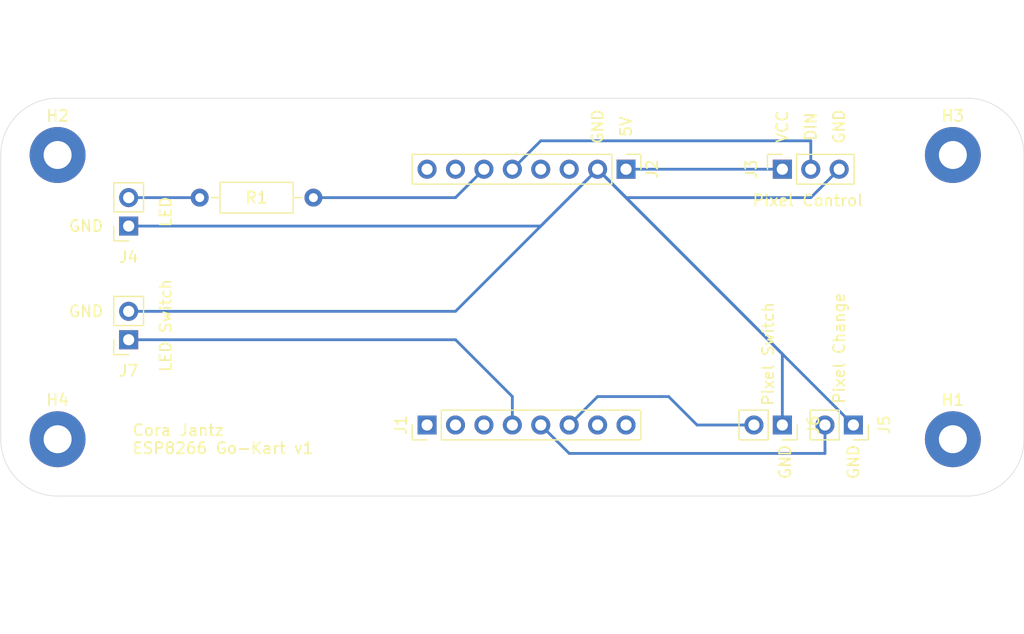
<source format=kicad_pcb>
(kicad_pcb (version 20171130) (host pcbnew 5.1.8-db9833491~88~ubuntu18.04.1)

  (general
    (thickness 1.6)
    (drawings 23)
    (tracks 30)
    (zones 0)
    (modules 12)
    (nets 18)
  )

  (page A4)
  (layers
    (0 F.Cu signal)
    (31 B.Cu signal)
    (32 B.Adhes user)
    (33 F.Adhes user)
    (34 B.Paste user)
    (35 F.Paste user)
    (36 B.SilkS user)
    (37 F.SilkS user)
    (38 B.Mask user)
    (39 F.Mask user)
    (40 Dwgs.User user)
    (41 Cmts.User user)
    (42 Eco1.User user)
    (43 Eco2.User user)
    (44 Edge.Cuts user)
    (45 Margin user)
    (46 B.CrtYd user)
    (47 F.CrtYd user)
    (48 B.Fab user)
    (49 F.Fab user)
  )

  (setup
    (last_trace_width 0.25)
    (trace_clearance 0.2)
    (zone_clearance 0.508)
    (zone_45_only no)
    (trace_min 0.2)
    (via_size 0.8)
    (via_drill 0.4)
    (via_min_size 0.4)
    (via_min_drill 0.3)
    (uvia_size 0.3)
    (uvia_drill 0.1)
    (uvias_allowed no)
    (uvia_min_size 0.2)
    (uvia_min_drill 0.1)
    (edge_width 0.05)
    (segment_width 0.2)
    (pcb_text_width 0.3)
    (pcb_text_size 1.5 1.5)
    (mod_edge_width 0.12)
    (mod_text_size 1 1)
    (mod_text_width 0.15)
    (pad_size 1.524 1.524)
    (pad_drill 0.762)
    (pad_to_mask_clearance 0)
    (aux_axis_origin 0 0)
    (visible_elements FFFFFF7F)
    (pcbplotparams
      (layerselection 0x010f0_ffffffff)
      (usegerberextensions true)
      (usegerberattributes false)
      (usegerberadvancedattributes false)
      (creategerberjobfile false)
      (excludeedgelayer true)
      (linewidth 0.150000)
      (plotframeref false)
      (viasonmask false)
      (mode 1)
      (useauxorigin false)
      (hpglpennumber 1)
      (hpglpenspeed 20)
      (hpglpendiameter 15.000000)
      (psnegative false)
      (psa4output false)
      (plotreference true)
      (plotvalue true)
      (plotinvisibletext false)
      (padsonsilk false)
      (subtractmaskfromsilk false)
      (outputformat 1)
      (mirror false)
      (drillshape 0)
      (scaleselection 1)
      (outputdirectory "Gerber Files/"))
  )

  (net 0 "")
  (net 1 "Net-(J1-Pad1)")
  (net 2 "Net-(J1-Pad2)")
  (net 3 "Net-(J1-Pad3)")
  (net 4 "Net-(J1-Pad4)")
  (net 5 "Net-(J1-Pad5)")
  (net 6 "Net-(J1-Pad6)")
  (net 7 "Net-(J1-Pad7)")
  (net 8 "Net-(J1-Pad8)")
  (net 9 "Net-(J2-Pad8)")
  (net 10 "Net-(J2-Pad7)")
  (net 11 "Net-(J2-Pad6)")
  (net 12 "Net-(J2-Pad5)")
  (net 13 "Net-(J2-Pad4)")
  (net 14 "Net-(J2-Pad3)")
  (net 15 "Net-(J2-Pad2)")
  (net 16 "Net-(J2-Pad1)")
  (net 17 "Net-(J4-Pad2)")

  (net_class Default "This is the default net class."
    (clearance 0.2)
    (trace_width 0.25)
    (via_dia 0.8)
    (via_drill 0.4)
    (uvia_dia 0.3)
    (uvia_drill 0.1)
    (add_net "Net-(J1-Pad1)")
    (add_net "Net-(J1-Pad2)")
    (add_net "Net-(J1-Pad3)")
    (add_net "Net-(J1-Pad4)")
    (add_net "Net-(J1-Pad5)")
    (add_net "Net-(J1-Pad6)")
    (add_net "Net-(J1-Pad7)")
    (add_net "Net-(J1-Pad8)")
    (add_net "Net-(J2-Pad1)")
    (add_net "Net-(J2-Pad2)")
    (add_net "Net-(J2-Pad3)")
    (add_net "Net-(J2-Pad4)")
    (add_net "Net-(J2-Pad5)")
    (add_net "Net-(J2-Pad6)")
    (add_net "Net-(J2-Pad7)")
    (add_net "Net-(J2-Pad8)")
    (add_net "Net-(J4-Pad2)")
  )

  (module Connector_PinHeader_2.54mm:PinHeader_1x08_P2.54mm_Vertical (layer F.Cu) (tedit 59FED5CC) (tstamp 5FE304AC)
    (at 154.94 97.79 90)
    (descr "Through hole straight pin header, 1x08, 2.54mm pitch, single row")
    (tags "Through hole pin header THT 1x08 2.54mm single row")
    (path /5FE2A2A1)
    (fp_text reference J1 (at 0 -2.33 90) (layer F.SilkS)
      (effects (font (size 1 1) (thickness 0.15)))
    )
    (fp_text value "D1 Left Side" (at 0 20.11 90) (layer F.Fab)
      (effects (font (size 1 1) (thickness 0.15)))
    )
    (fp_line (start -0.635 -1.27) (end 1.27 -1.27) (layer F.Fab) (width 0.1))
    (fp_line (start 1.27 -1.27) (end 1.27 19.05) (layer F.Fab) (width 0.1))
    (fp_line (start 1.27 19.05) (end -1.27 19.05) (layer F.Fab) (width 0.1))
    (fp_line (start -1.27 19.05) (end -1.27 -0.635) (layer F.Fab) (width 0.1))
    (fp_line (start -1.27 -0.635) (end -0.635 -1.27) (layer F.Fab) (width 0.1))
    (fp_line (start -1.33 19.11) (end 1.33 19.11) (layer F.SilkS) (width 0.12))
    (fp_line (start -1.33 1.27) (end -1.33 19.11) (layer F.SilkS) (width 0.12))
    (fp_line (start 1.33 1.27) (end 1.33 19.11) (layer F.SilkS) (width 0.12))
    (fp_line (start -1.33 1.27) (end 1.33 1.27) (layer F.SilkS) (width 0.12))
    (fp_line (start -1.33 0) (end -1.33 -1.33) (layer F.SilkS) (width 0.12))
    (fp_line (start -1.33 -1.33) (end 0 -1.33) (layer F.SilkS) (width 0.12))
    (fp_line (start -1.8 -1.8) (end -1.8 19.55) (layer F.CrtYd) (width 0.05))
    (fp_line (start -1.8 19.55) (end 1.8 19.55) (layer F.CrtYd) (width 0.05))
    (fp_line (start 1.8 19.55) (end 1.8 -1.8) (layer F.CrtYd) (width 0.05))
    (fp_line (start 1.8 -1.8) (end -1.8 -1.8) (layer F.CrtYd) (width 0.05))
    (fp_text user %R (at 0 8.89) (layer F.Fab)
      (effects (font (size 1 1) (thickness 0.15)))
    )
    (pad 1 thru_hole rect (at 0 0 90) (size 1.7 1.7) (drill 1) (layers *.Cu *.Mask)
      (net 1 "Net-(J1-Pad1)"))
    (pad 2 thru_hole oval (at 0 2.54 90) (size 1.7 1.7) (drill 1) (layers *.Cu *.Mask)
      (net 2 "Net-(J1-Pad2)"))
    (pad 3 thru_hole oval (at 0 5.08 90) (size 1.7 1.7) (drill 1) (layers *.Cu *.Mask)
      (net 3 "Net-(J1-Pad3)"))
    (pad 4 thru_hole oval (at 0 7.62 90) (size 1.7 1.7) (drill 1) (layers *.Cu *.Mask)
      (net 4 "Net-(J1-Pad4)"))
    (pad 5 thru_hole oval (at 0 10.16 90) (size 1.7 1.7) (drill 1) (layers *.Cu *.Mask)
      (net 5 "Net-(J1-Pad5)"))
    (pad 6 thru_hole oval (at 0 12.7 90) (size 1.7 1.7) (drill 1) (layers *.Cu *.Mask)
      (net 6 "Net-(J1-Pad6)"))
    (pad 7 thru_hole oval (at 0 15.24 90) (size 1.7 1.7) (drill 1) (layers *.Cu *.Mask)
      (net 7 "Net-(J1-Pad7)"))
    (pad 8 thru_hole oval (at 0 17.78 90) (size 1.7 1.7) (drill 1) (layers *.Cu *.Mask)
      (net 8 "Net-(J1-Pad8)"))
    (model ${KISYS3DMOD}/Connector_PinHeader_2.54mm.3dshapes/PinHeader_1x08_P2.54mm_Vertical.wrl
      (at (xyz 0 0 0))
      (scale (xyz 1 1 1))
      (rotate (xyz 0 0 0))
    )
  )

  (module Connector_PinHeader_2.54mm:PinHeader_1x08_P2.54mm_Vertical (layer F.Cu) (tedit 59FED5CC) (tstamp 5FE304C8)
    (at 172.72 74.93 270)
    (descr "Through hole straight pin header, 1x08, 2.54mm pitch, single row")
    (tags "Through hole pin header THT 1x08 2.54mm single row")
    (path /5FE2C47E)
    (fp_text reference J2 (at 0 -2.33 90) (layer F.SilkS)
      (effects (font (size 1 1) (thickness 0.15)))
    )
    (fp_text value "D1 Right Side" (at 0 20.11 90) (layer F.Fab)
      (effects (font (size 1 1) (thickness 0.15)))
    )
    (fp_line (start 1.8 -1.8) (end -1.8 -1.8) (layer F.CrtYd) (width 0.05))
    (fp_line (start 1.8 19.55) (end 1.8 -1.8) (layer F.CrtYd) (width 0.05))
    (fp_line (start -1.8 19.55) (end 1.8 19.55) (layer F.CrtYd) (width 0.05))
    (fp_line (start -1.8 -1.8) (end -1.8 19.55) (layer F.CrtYd) (width 0.05))
    (fp_line (start -1.33 -1.33) (end 0 -1.33) (layer F.SilkS) (width 0.12))
    (fp_line (start -1.33 0) (end -1.33 -1.33) (layer F.SilkS) (width 0.12))
    (fp_line (start -1.33 1.27) (end 1.33 1.27) (layer F.SilkS) (width 0.12))
    (fp_line (start 1.33 1.27) (end 1.33 19.11) (layer F.SilkS) (width 0.12))
    (fp_line (start -1.33 1.27) (end -1.33 19.11) (layer F.SilkS) (width 0.12))
    (fp_line (start -1.33 19.11) (end 1.33 19.11) (layer F.SilkS) (width 0.12))
    (fp_line (start -1.27 -0.635) (end -0.635 -1.27) (layer F.Fab) (width 0.1))
    (fp_line (start -1.27 19.05) (end -1.27 -0.635) (layer F.Fab) (width 0.1))
    (fp_line (start 1.27 19.05) (end -1.27 19.05) (layer F.Fab) (width 0.1))
    (fp_line (start 1.27 -1.27) (end 1.27 19.05) (layer F.Fab) (width 0.1))
    (fp_line (start -0.635 -1.27) (end 1.27 -1.27) (layer F.Fab) (width 0.1))
    (fp_text user %R (at 0 8.89) (layer F.Fab)
      (effects (font (size 1 1) (thickness 0.15)))
    )
    (pad 8 thru_hole oval (at 0 17.78 270) (size 1.7 1.7) (drill 1) (layers *.Cu *.Mask)
      (net 9 "Net-(J2-Pad8)"))
    (pad 7 thru_hole oval (at 0 15.24 270) (size 1.7 1.7) (drill 1) (layers *.Cu *.Mask)
      (net 10 "Net-(J2-Pad7)"))
    (pad 6 thru_hole oval (at 0 12.7 270) (size 1.7 1.7) (drill 1) (layers *.Cu *.Mask)
      (net 11 "Net-(J2-Pad6)"))
    (pad 5 thru_hole oval (at 0 10.16 270) (size 1.7 1.7) (drill 1) (layers *.Cu *.Mask)
      (net 12 "Net-(J2-Pad5)"))
    (pad 4 thru_hole oval (at 0 7.62 270) (size 1.7 1.7) (drill 1) (layers *.Cu *.Mask)
      (net 13 "Net-(J2-Pad4)"))
    (pad 3 thru_hole oval (at 0 5.08 270) (size 1.7 1.7) (drill 1) (layers *.Cu *.Mask)
      (net 14 "Net-(J2-Pad3)"))
    (pad 2 thru_hole oval (at 0 2.54 270) (size 1.7 1.7) (drill 1) (layers *.Cu *.Mask)
      (net 15 "Net-(J2-Pad2)"))
    (pad 1 thru_hole rect (at 0 0 270) (size 1.7 1.7) (drill 1) (layers *.Cu *.Mask)
      (net 16 "Net-(J2-Pad1)"))
    (model ${KISYS3DMOD}/Connector_PinHeader_2.54mm.3dshapes/PinHeader_1x08_P2.54mm_Vertical.wrl
      (at (xyz 0 0 0))
      (scale (xyz 1 1 1))
      (rotate (xyz 0 0 0))
    )
  )

  (module Connector_PinSocket_2.54mm:PinSocket_1x03_P2.54mm_Vertical (layer F.Cu) (tedit 5A19A429) (tstamp 5FE304DF)
    (at 186.69 74.93 90)
    (descr "Through hole straight socket strip, 1x03, 2.54mm pitch, single row (from Kicad 4.0.7), script generated")
    (tags "Through hole socket strip THT 1x03 2.54mm single row")
    (path /5FE35B17)
    (fp_text reference J3 (at 0 -2.77 90) (layer F.SilkS)
      (effects (font (size 1 1) (thickness 0.15)))
    )
    (fp_text value "Pixel Jumpers" (at 0 -5.08 90) (layer F.Fab)
      (effects (font (size 1 1) (thickness 0.15)))
    )
    (fp_line (start -1.27 -1.27) (end 0.635 -1.27) (layer F.Fab) (width 0.1))
    (fp_line (start 0.635 -1.27) (end 1.27 -0.635) (layer F.Fab) (width 0.1))
    (fp_line (start 1.27 -0.635) (end 1.27 6.35) (layer F.Fab) (width 0.1))
    (fp_line (start 1.27 6.35) (end -1.27 6.35) (layer F.Fab) (width 0.1))
    (fp_line (start -1.27 6.35) (end -1.27 -1.27) (layer F.Fab) (width 0.1))
    (fp_line (start -1.33 1.27) (end 1.33 1.27) (layer F.SilkS) (width 0.12))
    (fp_line (start -1.33 1.27) (end -1.33 6.41) (layer F.SilkS) (width 0.12))
    (fp_line (start -1.33 6.41) (end 1.33 6.41) (layer F.SilkS) (width 0.12))
    (fp_line (start 1.33 1.27) (end 1.33 6.41) (layer F.SilkS) (width 0.12))
    (fp_line (start 1.33 -1.33) (end 1.33 0) (layer F.SilkS) (width 0.12))
    (fp_line (start 0 -1.33) (end 1.33 -1.33) (layer F.SilkS) (width 0.12))
    (fp_line (start -1.8 -1.8) (end 1.75 -1.8) (layer F.CrtYd) (width 0.05))
    (fp_line (start 1.75 -1.8) (end 1.75 6.85) (layer F.CrtYd) (width 0.05))
    (fp_line (start 1.75 6.85) (end -1.8 6.85) (layer F.CrtYd) (width 0.05))
    (fp_line (start -1.8 6.85) (end -1.8 -1.8) (layer F.CrtYd) (width 0.05))
    (fp_text user %R (at 14.274999 9.364999) (layer F.Fab)
      (effects (font (size 1 1) (thickness 0.15)))
    )
    (pad 1 thru_hole rect (at 0 0 90) (size 1.7 1.7) (drill 1) (layers *.Cu *.Mask)
      (net 16 "Net-(J2-Pad1)"))
    (pad 2 thru_hole oval (at 0 2.54 90) (size 1.7 1.7) (drill 1) (layers *.Cu *.Mask)
      (net 12 "Net-(J2-Pad5)"))
    (pad 3 thru_hole oval (at 0 5.08 90) (size 1.7 1.7) (drill 1) (layers *.Cu *.Mask)
      (net 15 "Net-(J2-Pad2)"))
    (model ${KISYS3DMOD}/Connector_PinSocket_2.54mm.3dshapes/PinSocket_1x03_P2.54mm_Vertical.wrl
      (at (xyz 0 0 0))
      (scale (xyz 1 1 1))
      (rotate (xyz 0 0 0))
    )
  )

  (module Connector_PinSocket_2.54mm:PinSocket_1x02_P2.54mm_Vertical (layer F.Cu) (tedit 5A19A420) (tstamp 5FE304F5)
    (at 128.27 80.01 180)
    (descr "Through hole straight socket strip, 1x02, 2.54mm pitch, single row (from Kicad 4.0.7), script generated")
    (tags "Through hole socket strip THT 1x02 2.54mm single row")
    (path /5FE33464)
    (fp_text reference J4 (at 0 -2.77) (layer F.SilkS)
      (effects (font (size 1 1) (thickness 0.15)))
    )
    (fp_text value "LED Jumpers" (at 0 5.31) (layer F.Fab)
      (effects (font (size 1 1) (thickness 0.15)))
    )
    (fp_line (start -1.27 -1.27) (end 0.635 -1.27) (layer F.Fab) (width 0.1))
    (fp_line (start 0.635 -1.27) (end 1.27 -0.635) (layer F.Fab) (width 0.1))
    (fp_line (start 1.27 -0.635) (end 1.27 3.81) (layer F.Fab) (width 0.1))
    (fp_line (start 1.27 3.81) (end -1.27 3.81) (layer F.Fab) (width 0.1))
    (fp_line (start -1.27 3.81) (end -1.27 -1.27) (layer F.Fab) (width 0.1))
    (fp_line (start -1.33 1.27) (end 1.33 1.27) (layer F.SilkS) (width 0.12))
    (fp_line (start -1.33 1.27) (end -1.33 3.87) (layer F.SilkS) (width 0.12))
    (fp_line (start -1.33 3.87) (end 1.33 3.87) (layer F.SilkS) (width 0.12))
    (fp_line (start 1.33 1.27) (end 1.33 3.87) (layer F.SilkS) (width 0.12))
    (fp_line (start 1.33 -1.33) (end 1.33 0) (layer F.SilkS) (width 0.12))
    (fp_line (start 0 -1.33) (end 1.33 -1.33) (layer F.SilkS) (width 0.12))
    (fp_line (start -1.8 -1.8) (end 1.75 -1.8) (layer F.CrtYd) (width 0.05))
    (fp_line (start 1.75 -1.8) (end 1.75 4.3) (layer F.CrtYd) (width 0.05))
    (fp_line (start 1.75 4.3) (end -1.8 4.3) (layer F.CrtYd) (width 0.05))
    (fp_line (start -1.8 4.3) (end -1.8 -1.8) (layer F.CrtYd) (width 0.05))
    (fp_text user %R (at -1.27 1.27 180) (layer F.Fab)
      (effects (font (size 1 1) (thickness 0.15)))
    )
    (pad 1 thru_hole rect (at 0 0 180) (size 1.7 1.7) (drill 1) (layers *.Cu *.Mask)
      (net 15 "Net-(J2-Pad2)"))
    (pad 2 thru_hole oval (at 0 2.54 180) (size 1.7 1.7) (drill 1) (layers *.Cu *.Mask)
      (net 17 "Net-(J4-Pad2)"))
    (model ${KISYS3DMOD}/Connector_PinSocket_2.54mm.3dshapes/PinSocket_1x02_P2.54mm_Vertical.wrl
      (at (xyz 0 0 0))
      (scale (xyz 1 1 1))
      (rotate (xyz 0 0 0))
    )
  )

  (module Connector_PinSocket_2.54mm:PinSocket_1x02_P2.54mm_Vertical (layer F.Cu) (tedit 5A19A420) (tstamp 5FE3050B)
    (at 193.04 97.79 270)
    (descr "Through hole straight socket strip, 1x02, 2.54mm pitch, single row (from Kicad 4.0.7), script generated")
    (tags "Through hole socket strip THT 1x02 2.54mm single row")
    (path /5FE33EFF)
    (fp_text reference J5 (at 0 -2.77 90) (layer F.SilkS)
      (effects (font (size 1 1) (thickness 0.15)))
    )
    (fp_text value "Pixel Control Jumpers" (at 10.16 1.27 90) (layer F.Fab)
      (effects (font (size 1 1) (thickness 0.15)))
    )
    (fp_line (start -1.8 4.3) (end -1.8 -1.8) (layer F.CrtYd) (width 0.05))
    (fp_line (start 1.75 4.3) (end -1.8 4.3) (layer F.CrtYd) (width 0.05))
    (fp_line (start 1.75 -1.8) (end 1.75 4.3) (layer F.CrtYd) (width 0.05))
    (fp_line (start -1.8 -1.8) (end 1.75 -1.8) (layer F.CrtYd) (width 0.05))
    (fp_line (start 0 -1.33) (end 1.33 -1.33) (layer F.SilkS) (width 0.12))
    (fp_line (start 1.33 -1.33) (end 1.33 0) (layer F.SilkS) (width 0.12))
    (fp_line (start 1.33 1.27) (end 1.33 3.87) (layer F.SilkS) (width 0.12))
    (fp_line (start -1.33 3.87) (end 1.33 3.87) (layer F.SilkS) (width 0.12))
    (fp_line (start -1.33 1.27) (end -1.33 3.87) (layer F.SilkS) (width 0.12))
    (fp_line (start -1.33 1.27) (end 1.33 1.27) (layer F.SilkS) (width 0.12))
    (fp_line (start -1.27 3.81) (end -1.27 -1.27) (layer F.Fab) (width 0.1))
    (fp_line (start 1.27 3.81) (end -1.27 3.81) (layer F.Fab) (width 0.1))
    (fp_line (start 1.27 -0.635) (end 1.27 3.81) (layer F.Fab) (width 0.1))
    (fp_line (start 0.635 -1.27) (end 1.27 -0.635) (layer F.Fab) (width 0.1))
    (fp_line (start -1.27 -1.27) (end 0.635 -1.27) (layer F.Fab) (width 0.1))
    (fp_text user %R (at 0 0 270) (layer F.Fab)
      (effects (font (size 1 1) (thickness 0.15)))
    )
    (pad 2 thru_hole oval (at 0 2.54 270) (size 1.7 1.7) (drill 1) (layers *.Cu *.Mask)
      (net 5 "Net-(J1-Pad5)"))
    (pad 1 thru_hole rect (at 0 0 270) (size 1.7 1.7) (drill 1) (layers *.Cu *.Mask)
      (net 15 "Net-(J2-Pad2)"))
    (model ${KISYS3DMOD}/Connector_PinSocket_2.54mm.3dshapes/PinSocket_1x02_P2.54mm_Vertical.wrl
      (at (xyz 0 0 0))
      (scale (xyz 1 1 1))
      (rotate (xyz 0 0 0))
    )
  )

  (module Connector_PinSocket_2.54mm:PinSocket_1x02_P2.54mm_Vertical (layer F.Cu) (tedit 5A19A420) (tstamp 5FE30521)
    (at 186.69 97.79 270)
    (descr "Through hole straight socket strip, 1x02, 2.54mm pitch, single row (from Kicad 4.0.7), script generated")
    (tags "Through hole socket strip THT 1x02 2.54mm single row")
    (path /5FE347CC)
    (fp_text reference J6 (at 0 -2.77 90) (layer F.SilkS)
      (effects (font (size 1 1) (thickness 0.15)))
    )
    (fp_text value "Pixel Switch Jumpers" (at 10.16 1.27 90) (layer F.Fab)
      (effects (font (size 1 1) (thickness 0.15)))
    )
    (fp_line (start -1.27 -1.27) (end 0.635 -1.27) (layer F.Fab) (width 0.1))
    (fp_line (start 0.635 -1.27) (end 1.27 -0.635) (layer F.Fab) (width 0.1))
    (fp_line (start 1.27 -0.635) (end 1.27 3.81) (layer F.Fab) (width 0.1))
    (fp_line (start 1.27 3.81) (end -1.27 3.81) (layer F.Fab) (width 0.1))
    (fp_line (start -1.27 3.81) (end -1.27 -1.27) (layer F.Fab) (width 0.1))
    (fp_line (start -1.33 1.27) (end 1.33 1.27) (layer F.SilkS) (width 0.12))
    (fp_line (start -1.33 1.27) (end -1.33 3.87) (layer F.SilkS) (width 0.12))
    (fp_line (start -1.33 3.87) (end 1.33 3.87) (layer F.SilkS) (width 0.12))
    (fp_line (start 1.33 1.27) (end 1.33 3.87) (layer F.SilkS) (width 0.12))
    (fp_line (start 1.33 -1.33) (end 1.33 0) (layer F.SilkS) (width 0.12))
    (fp_line (start 0 -1.33) (end 1.33 -1.33) (layer F.SilkS) (width 0.12))
    (fp_line (start -1.8 -1.8) (end 1.75 -1.8) (layer F.CrtYd) (width 0.05))
    (fp_line (start 1.75 -1.8) (end 1.75 4.3) (layer F.CrtYd) (width 0.05))
    (fp_line (start 1.75 4.3) (end -1.8 4.3) (layer F.CrtYd) (width 0.05))
    (fp_line (start -1.8 4.3) (end -1.8 -1.8) (layer F.CrtYd) (width 0.05))
    (fp_text user %R (at 0 1.27 90) (layer F.Fab)
      (effects (font (size 1 1) (thickness 0.15)))
    )
    (pad 1 thru_hole rect (at 0 0 270) (size 1.7 1.7) (drill 1) (layers *.Cu *.Mask)
      (net 15 "Net-(J2-Pad2)"))
    (pad 2 thru_hole oval (at 0 2.54 270) (size 1.7 1.7) (drill 1) (layers *.Cu *.Mask)
      (net 6 "Net-(J1-Pad6)"))
    (model ${KISYS3DMOD}/Connector_PinSocket_2.54mm.3dshapes/PinSocket_1x02_P2.54mm_Vertical.wrl
      (at (xyz 0 0 0))
      (scale (xyz 1 1 1))
      (rotate (xyz 0 0 0))
    )
  )

  (module Connector_PinSocket_2.54mm:PinSocket_1x02_P2.54mm_Vertical (layer F.Cu) (tedit 5A19A420) (tstamp 5FE30537)
    (at 128.27 90.17 180)
    (descr "Through hole straight socket strip, 1x02, 2.54mm pitch, single row (from Kicad 4.0.7), script generated")
    (tags "Through hole socket strip THT 1x02 2.54mm single row")
    (path /5FE39A82)
    (fp_text reference J7 (at 0 -2.77) (layer F.SilkS)
      (effects (font (size 1 1) (thickness 0.15)))
    )
    (fp_text value "LED Switch Jumpers" (at 0 5.31) (layer F.Fab)
      (effects (font (size 1 1) (thickness 0.15)))
    )
    (fp_line (start -1.8 4.3) (end -1.8 -1.8) (layer F.CrtYd) (width 0.05))
    (fp_line (start 1.75 4.3) (end -1.8 4.3) (layer F.CrtYd) (width 0.05))
    (fp_line (start 1.75 -1.8) (end 1.75 4.3) (layer F.CrtYd) (width 0.05))
    (fp_line (start -1.8 -1.8) (end 1.75 -1.8) (layer F.CrtYd) (width 0.05))
    (fp_line (start 0 -1.33) (end 1.33 -1.33) (layer F.SilkS) (width 0.12))
    (fp_line (start 1.33 -1.33) (end 1.33 0) (layer F.SilkS) (width 0.12))
    (fp_line (start 1.33 1.27) (end 1.33 3.87) (layer F.SilkS) (width 0.12))
    (fp_line (start -1.33 3.87) (end 1.33 3.87) (layer F.SilkS) (width 0.12))
    (fp_line (start -1.33 1.27) (end -1.33 3.87) (layer F.SilkS) (width 0.12))
    (fp_line (start -1.33 1.27) (end 1.33 1.27) (layer F.SilkS) (width 0.12))
    (fp_line (start -1.27 3.81) (end -1.27 -1.27) (layer F.Fab) (width 0.1))
    (fp_line (start 1.27 3.81) (end -1.27 3.81) (layer F.Fab) (width 0.1))
    (fp_line (start 1.27 -0.635) (end 1.27 3.81) (layer F.Fab) (width 0.1))
    (fp_line (start 0.635 -1.27) (end 1.27 -0.635) (layer F.Fab) (width 0.1))
    (fp_line (start -1.27 -1.27) (end 0.635 -1.27) (layer F.Fab) (width 0.1))
    (fp_text user %R (at -2.54 1.27 270) (layer F.Fab)
      (effects (font (size 1 1) (thickness 0.15)))
    )
    (pad 2 thru_hole oval (at 0 2.54 180) (size 1.7 1.7) (drill 1) (layers *.Cu *.Mask)
      (net 15 "Net-(J2-Pad2)"))
    (pad 1 thru_hole rect (at 0 0 180) (size 1.7 1.7) (drill 1) (layers *.Cu *.Mask)
      (net 4 "Net-(J1-Pad4)"))
    (model ${KISYS3DMOD}/Connector_PinSocket_2.54mm.3dshapes/PinSocket_1x02_P2.54mm_Vertical.wrl
      (at (xyz 0 0 0))
      (scale (xyz 1 1 1))
      (rotate (xyz 0 0 0))
    )
  )

  (module Resistor_THT:R_Axial_DIN0207_L6.3mm_D2.5mm_P10.16mm_Horizontal (layer F.Cu) (tedit 5AE5139B) (tstamp 5FE3054E)
    (at 144.78 77.47 180)
    (descr "Resistor, Axial_DIN0207 series, Axial, Horizontal, pin pitch=10.16mm, 0.25W = 1/4W, length*diameter=6.3*2.5mm^2, http://cdn-reichelt.de/documents/datenblatt/B400/1_4W%23YAG.pdf")
    (tags "Resistor Axial_DIN0207 series Axial Horizontal pin pitch 10.16mm 0.25W = 1/4W length 6.3mm diameter 2.5mm")
    (path /5FE2B365)
    (fp_text reference R1 (at 5.08 0) (layer F.SilkS)
      (effects (font (size 1 1) (thickness 0.15)))
    )
    (fp_text value R_Small (at 5.08 2.37) (layer F.Fab)
      (effects (font (size 1 1) (thickness 0.15)))
    )
    (fp_line (start 1.93 -1.25) (end 1.93 1.25) (layer F.Fab) (width 0.1))
    (fp_line (start 1.93 1.25) (end 8.23 1.25) (layer F.Fab) (width 0.1))
    (fp_line (start 8.23 1.25) (end 8.23 -1.25) (layer F.Fab) (width 0.1))
    (fp_line (start 8.23 -1.25) (end 1.93 -1.25) (layer F.Fab) (width 0.1))
    (fp_line (start 0 0) (end 1.93 0) (layer F.Fab) (width 0.1))
    (fp_line (start 10.16 0) (end 8.23 0) (layer F.Fab) (width 0.1))
    (fp_line (start 1.81 -1.37) (end 1.81 1.37) (layer F.SilkS) (width 0.12))
    (fp_line (start 1.81 1.37) (end 8.35 1.37) (layer F.SilkS) (width 0.12))
    (fp_line (start 8.35 1.37) (end 8.35 -1.37) (layer F.SilkS) (width 0.12))
    (fp_line (start 8.35 -1.37) (end 1.81 -1.37) (layer F.SilkS) (width 0.12))
    (fp_line (start 1.04 0) (end 1.81 0) (layer F.SilkS) (width 0.12))
    (fp_line (start 9.12 0) (end 8.35 0) (layer F.SilkS) (width 0.12))
    (fp_line (start -1.05 -1.5) (end -1.05 1.5) (layer F.CrtYd) (width 0.05))
    (fp_line (start -1.05 1.5) (end 11.21 1.5) (layer F.CrtYd) (width 0.05))
    (fp_line (start 11.21 1.5) (end 11.21 -1.5) (layer F.CrtYd) (width 0.05))
    (fp_line (start 11.21 -1.5) (end -1.05 -1.5) (layer F.CrtYd) (width 0.05))
    (fp_text user %R (at 5.08 0 90) (layer F.Fab)
      (effects (font (size 1 1) (thickness 0.15)))
    )
    (pad 1 thru_hole circle (at 0 0 180) (size 1.6 1.6) (drill 0.8) (layers *.Cu *.Mask)
      (net 11 "Net-(J2-Pad6)"))
    (pad 2 thru_hole oval (at 10.16 0 180) (size 1.6 1.6) (drill 0.8) (layers *.Cu *.Mask)
      (net 17 "Net-(J4-Pad2)"))
    (model ${KISYS3DMOD}/Resistor_THT.3dshapes/R_Axial_DIN0207_L6.3mm_D2.5mm_P10.16mm_Horizontal.wrl
      (at (xyz 0 0 0))
      (scale (xyz 1 1 1))
      (rotate (xyz 0 0 0))
    )
  )

  (module MountingHole:MountingHole_2.5mm_Pad (layer F.Cu) (tedit 56D1B4CB) (tstamp 5FE7D208)
    (at 201.93 99.06)
    (descr "Mounting Hole 2.5mm")
    (tags "mounting hole 2.5mm")
    (path /5FECCA07)
    (attr virtual)
    (fp_text reference H1 (at 0 -3.5) (layer F.SilkS)
      (effects (font (size 1 1) (thickness 0.15)))
    )
    (fp_text value MountingHole (at 0 3.5) (layer F.Fab)
      (effects (font (size 1 1) (thickness 0.15)))
    )
    (fp_circle (center 0 0) (end 2.75 0) (layer F.CrtYd) (width 0.05))
    (fp_circle (center 0 0) (end 2.5 0) (layer Cmts.User) (width 0.15))
    (fp_text user %R (at 0.3 0) (layer F.Fab)
      (effects (font (size 1 1) (thickness 0.15)))
    )
    (pad 1 thru_hole circle (at 0 0) (size 5 5) (drill 2.5) (layers *.Cu *.Mask))
  )

  (module MountingHole:MountingHole_2.5mm_Pad (layer F.Cu) (tedit 56D1B4CB) (tstamp 5FE7D210)
    (at 121.92 73.66)
    (descr "Mounting Hole 2.5mm")
    (tags "mounting hole 2.5mm")
    (path /5FECD26B)
    (attr virtual)
    (fp_text reference H2 (at 0 -3.5) (layer F.SilkS)
      (effects (font (size 1 1) (thickness 0.15)))
    )
    (fp_text value MountingHole (at 0 3.5) (layer F.Fab)
      (effects (font (size 1 1) (thickness 0.15)))
    )
    (fp_text user %R (at 0.3 0) (layer F.Fab)
      (effects (font (size 1 1) (thickness 0.15)))
    )
    (fp_circle (center 0 0) (end 2.5 0) (layer Cmts.User) (width 0.15))
    (fp_circle (center 0 0) (end 2.75 0) (layer F.CrtYd) (width 0.05))
    (pad 1 thru_hole circle (at 0 0) (size 5 5) (drill 2.5) (layers *.Cu *.Mask))
  )

  (module MountingHole:MountingHole_2.5mm_Pad (layer F.Cu) (tedit 56D1B4CB) (tstamp 5FE7D218)
    (at 201.93 73.66)
    (descr "Mounting Hole 2.5mm")
    (tags "mounting hole 2.5mm")
    (path /5FECDA21)
    (attr virtual)
    (fp_text reference H3 (at 0 -3.5) (layer F.SilkS)
      (effects (font (size 1 1) (thickness 0.15)))
    )
    (fp_text value MountingHole (at 0 3.5) (layer F.Fab)
      (effects (font (size 1 1) (thickness 0.15)))
    )
    (fp_circle (center 0 0) (end 2.75 0) (layer F.CrtYd) (width 0.05))
    (fp_circle (center 0 0) (end 2.5 0) (layer Cmts.User) (width 0.15))
    (fp_text user %R (at 0.3 0) (layer F.Fab)
      (effects (font (size 1 1) (thickness 0.15)))
    )
    (pad 1 thru_hole circle (at 0 0) (size 5 5) (drill 2.5) (layers *.Cu *.Mask))
  )

  (module MountingHole:MountingHole_2.5mm_Pad (layer F.Cu) (tedit 56D1B4CB) (tstamp 5FE7D220)
    (at 121.92 99.06)
    (descr "Mounting Hole 2.5mm")
    (tags "mounting hole 2.5mm")
    (path /5FECE435)
    (attr virtual)
    (fp_text reference H4 (at 0 -3.5) (layer F.SilkS)
      (effects (font (size 1 1) (thickness 0.15)))
    )
    (fp_text value MountingHole (at 0 3.5) (layer F.Fab)
      (effects (font (size 1 1) (thickness 0.15)))
    )
    (fp_text user %R (at 0.3 0) (layer F.Fab)
      (effects (font (size 1 1) (thickness 0.15)))
    )
    (fp_circle (center 0 0) (end 2.5 0) (layer Cmts.User) (width 0.15))
    (fp_circle (center 0 0) (end 2.75 0) (layer F.CrtYd) (width 0.05))
    (pad 1 thru_hole circle (at 0 0) (size 5 5) (drill 2.5) (layers *.Cu *.Mask))
  )

  (gr_text GND (at 186.944 101.092 90) (layer F.SilkS)
    (effects (font (size 1 1) (thickness 0.15)))
  )
  (gr_text GND (at 193.04 101.092 90) (layer F.SilkS)
    (effects (font (size 1 1) (thickness 0.15)))
  )
  (gr_text "Cora Jantz\nESP8266 Go-Kart v1" (at 128.524 99.06) (layer F.SilkS)
    (effects (font (size 1 1) (thickness 0.15)) (justify left))
  )
  (gr_text "LED Switch\n" (at 131.572 88.9 90) (layer F.SilkS)
    (effects (font (size 1 1) (thickness 0.15)))
  )
  (gr_text LED (at 131.572 78.74 90) (layer F.SilkS)
    (effects (font (size 1 1) (thickness 0.15)))
  )
  (gr_text "Pixel Control" (at 188.976 77.724) (layer F.SilkS)
    (effects (font (size 1 1) (thickness 0.15)))
  )
  (gr_text "Pixel Change\n" (at 191.77 90.932 90) (layer F.SilkS)
    (effects (font (size 1 1) (thickness 0.15)))
  )
  (gr_text "Pixel Switch\n" (at 185.42 91.44 90) (layer F.SilkS)
    (effects (font (size 1 1) (thickness 0.15)))
  )
  (gr_arc (start 121.92 99.06) (end 116.84 99.06) (angle -90) (layer Edge.Cuts) (width 0.05))
  (gr_arc (start 121.92 73.66) (end 121.92 68.58) (angle -90) (layer Edge.Cuts) (width 0.05))
  (gr_line (start 116.84 73.66) (end 116.84 99.06) (layer Edge.Cuts) (width 0.05))
  (gr_text GND (at 191.77 71.12 90) (layer F.SilkS)
    (effects (font (size 1 1) (thickness 0.15)))
  )
  (gr_text DIN (at 189.23 71.12 90) (layer F.SilkS)
    (effects (font (size 1 1) (thickness 0.15)))
  )
  (gr_text "VCC\n" (at 186.69 71.12 90) (layer F.SilkS)
    (effects (font (size 1 1) (thickness 0.15)))
  )
  (gr_text "GND\n" (at 170.18 71.12 90) (layer F.SilkS)
    (effects (font (size 1 1) (thickness 0.15)))
  )
  (gr_text "5V\n" (at 172.72 71.12 90) (layer F.SilkS)
    (effects (font (size 1 1) (thickness 0.15)))
  )
  (gr_text "GND\n" (at 124.46 87.63) (layer F.SilkS) (tstamp 5FE7DC74)
    (effects (font (size 1 1) (thickness 0.15)))
  )
  (gr_text "GND\n" (at 124.46 80.01) (layer F.SilkS)
    (effects (font (size 1 1) (thickness 0.15)))
  )
  (gr_arc (start 203.2 73.66) (end 208.28 73.66) (angle -90) (layer Edge.Cuts) (width 0.05))
  (gr_arc (start 203.2 99.06) (end 203.2 104.14) (angle -90) (layer Edge.Cuts) (width 0.05))
  (gr_line (start 203.2 104.14) (end 121.92 104.14) (layer Edge.Cuts) (width 0.05))
  (gr_line (start 203.2 68.58) (end 121.92 68.58) (layer Edge.Cuts) (width 0.05))
  (gr_line (start 208.28 73.66) (end 208.28 99.06) (layer Edge.Cuts) (width 0.05))

  (segment (start 157.48 90.17) (end 162.56 95.25) (width 0.25) (layer B.Cu) (net 4))
  (segment (start 162.56 95.25) (end 162.56 97.79) (width 0.25) (layer B.Cu) (net 4))
  (segment (start 128.27 90.17) (end 157.48 90.17) (width 0.25) (layer B.Cu) (net 4))
  (segment (start 167.64 100.33) (end 165.1 97.79) (width 0.25) (layer B.Cu) (net 5))
  (segment (start 186.69 100.33) (end 167.64 100.33) (width 0.25) (layer B.Cu) (net 5))
  (segment (start 190.5 97.79) (end 190.5 100.33) (width 0.25) (layer B.Cu) (net 5))
  (segment (start 190.5 100.33) (end 186.69 100.33) (width 0.25) (layer B.Cu) (net 5))
  (segment (start 176.53 95.25) (end 170.18 95.25) (width 0.25) (layer B.Cu) (net 6))
  (segment (start 170.18 95.25) (end 167.64 97.79) (width 0.25) (layer B.Cu) (net 6))
  (segment (start 179.07 97.79) (end 176.53 95.25) (width 0.25) (layer B.Cu) (net 6))
  (segment (start 184.15 97.79) (end 179.07 97.79) (width 0.25) (layer B.Cu) (net 6))
  (segment (start 157.48 77.47) (end 160.02 74.93) (width 0.25) (layer B.Cu) (net 11))
  (segment (start 157.48 77.47) (end 144.78 77.47) (width 0.25) (layer B.Cu) (net 11))
  (segment (start 189.23 72.39) (end 189.23 74.93) (width 0.25) (layer B.Cu) (net 12))
  (segment (start 162.56 74.93) (end 165.1 72.39) (width 0.25) (layer B.Cu) (net 12))
  (segment (start 165.1 72.39) (end 189.23 72.39) (width 0.25) (layer B.Cu) (net 12))
  (segment (start 157.48 87.63) (end 170.18 74.93) (width 0.25) (layer B.Cu) (net 15))
  (segment (start 184.15 88.9) (end 170.18 74.93) (width 0.25) (layer B.Cu) (net 15))
  (segment (start 193.04 97.79) (end 170.18 74.93) (width 0.25) (layer B.Cu) (net 15))
  (segment (start 186.69 91.44) (end 170.18 74.93) (width 0.25) (layer B.Cu) (net 15))
  (segment (start 186.69 97.79) (end 186.69 91.44) (width 0.25) (layer B.Cu) (net 15))
  (segment (start 165.1 80.01) (end 170.18 74.93) (width 0.25) (layer B.Cu) (net 15))
  (segment (start 128.27 80.01) (end 165.1 80.01) (width 0.25) (layer B.Cu) (net 15))
  (segment (start 128.27 87.63) (end 157.48 87.63) (width 0.25) (layer B.Cu) (net 15))
  (segment (start 189.23 77.47) (end 191.77 74.93) (width 0.25) (layer B.Cu) (net 15))
  (segment (start 170.18 74.93) (end 172.72 77.47) (width 0.25) (layer B.Cu) (net 15))
  (segment (start 172.72 77.47) (end 189.23 77.47) (width 0.25) (layer B.Cu) (net 15))
  (segment (start 182.88 74.93) (end 172.72 74.93) (width 0.25) (layer B.Cu) (net 16))
  (segment (start 182.88 74.93) (end 186.69 74.93) (width 0.25) (layer B.Cu) (net 16))
  (segment (start 134.62 77.47) (end 128.27 77.47) (width 0.25) (layer B.Cu) (net 17))

)

</source>
